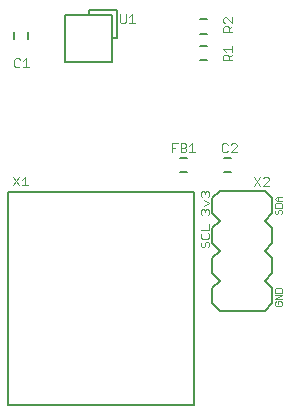
<source format=gbr>
G04 EAGLE Gerber RS-274X export*
G75*
%MOMM*%
%FSLAX34Y34*%
%LPD*%
%INSilkscreen Top*%
%IPPOS*%
%AMOC8*
5,1,8,0,0,1.08239X$1,22.5*%
G01*
%ADD10C,0.076200*%
%ADD11C,0.050800*%
%ADD12C,0.152400*%
%ADD13C,0.127000*%


D10*
X185975Y130381D02*
X184747Y131610D01*
X184747Y134067D01*
X185975Y135296D01*
X187204Y135296D01*
X188433Y134067D01*
X188433Y132838D01*
X188433Y134067D02*
X189662Y135296D01*
X190890Y135296D01*
X192119Y134067D01*
X192119Y131610D01*
X190890Y130381D01*
X187204Y137865D02*
X192119Y140323D01*
X187204Y142780D01*
X185975Y145349D02*
X184747Y146578D01*
X184747Y149035D01*
X185975Y150264D01*
X187204Y150264D01*
X188433Y149035D01*
X188433Y147807D01*
X188433Y149035D02*
X189662Y150264D01*
X190890Y150264D01*
X192119Y149035D01*
X192119Y146578D01*
X190890Y145349D01*
X185975Y107796D02*
X184747Y106567D01*
X184747Y104110D01*
X185975Y102881D01*
X187204Y102881D01*
X188433Y104110D01*
X188433Y106567D01*
X189662Y107796D01*
X190890Y107796D01*
X192119Y106567D01*
X192119Y104110D01*
X190890Y102881D01*
X184747Y114051D02*
X185975Y115280D01*
X184747Y114051D02*
X184747Y111594D01*
X185975Y110365D01*
X190890Y110365D01*
X192119Y111594D01*
X192119Y114051D01*
X190890Y115280D01*
X192119Y117849D02*
X184747Y117849D01*
X192119Y117849D02*
X192119Y122764D01*
D11*
X247749Y133711D02*
X248681Y134643D01*
X247749Y133711D02*
X247749Y131847D01*
X248681Y130915D01*
X249614Y130915D01*
X250546Y131847D01*
X250546Y133711D01*
X251478Y134643D01*
X252410Y134643D01*
X253342Y133711D01*
X253342Y131847D01*
X252410Y130915D01*
X253342Y136528D02*
X247749Y136528D01*
X253342Y136528D02*
X253342Y139324D01*
X252410Y140256D01*
X248681Y140256D01*
X247749Y139324D01*
X247749Y136528D01*
X249614Y142141D02*
X253342Y142141D01*
X249614Y142141D02*
X247749Y144005D01*
X249614Y145869D01*
X253342Y145869D01*
X250546Y145869D02*
X250546Y142141D01*
X248681Y57143D02*
X247749Y56211D01*
X247749Y54347D01*
X248681Y53415D01*
X252410Y53415D01*
X253342Y54347D01*
X253342Y56211D01*
X252410Y57143D01*
X250546Y57143D01*
X250546Y55279D01*
X253342Y59028D02*
X247749Y59028D01*
X253342Y62756D01*
X247749Y62756D01*
X247749Y64641D02*
X253342Y64641D01*
X253342Y67437D01*
X252410Y68369D01*
X248681Y68369D01*
X247749Y67437D01*
X247749Y64641D01*
D12*
X38500Y279500D02*
X38500Y285500D01*
X26500Y285500D02*
X26500Y279500D01*
D10*
X30719Y262870D02*
X31948Y261642D01*
X30719Y262870D02*
X28261Y262870D01*
X27033Y261642D01*
X27033Y256727D01*
X28261Y255498D01*
X30719Y255498D01*
X31948Y256727D01*
X34517Y260413D02*
X36974Y262870D01*
X36974Y255498D01*
X34517Y255498D02*
X39432Y255498D01*
D12*
X204500Y178500D02*
X210500Y178500D01*
X210500Y166500D02*
X204500Y166500D01*
D10*
X207676Y189780D02*
X206447Y191008D01*
X203990Y191008D01*
X202761Y189780D01*
X202761Y184865D01*
X203990Y183636D01*
X206447Y183636D01*
X207676Y184865D01*
X210245Y183636D02*
X215160Y183636D01*
X210245Y183636D02*
X215160Y188551D01*
X215160Y189780D01*
X213931Y191008D01*
X211474Y191008D01*
X210245Y189780D01*
D12*
X173000Y178500D02*
X167000Y178500D01*
X167000Y166500D02*
X173000Y166500D01*
D10*
X160261Y183636D02*
X160261Y191008D01*
X165176Y191008D01*
X162718Y187322D02*
X160261Y187322D01*
X167745Y183636D02*
X167745Y191008D01*
X171431Y191008D01*
X172660Y189780D01*
X172660Y188551D01*
X171431Y187322D01*
X172660Y186093D01*
X172660Y184865D01*
X171431Y183636D01*
X167745Y183636D01*
X167745Y187322D02*
X171431Y187322D01*
X175229Y188551D02*
X177687Y191008D01*
X177687Y183636D01*
X180144Y183636D02*
X175229Y183636D01*
D12*
X184000Y273500D02*
X190000Y273500D01*
X190000Y261500D02*
X184000Y261500D01*
D10*
X203492Y261261D02*
X210864Y261261D01*
X203492Y261261D02*
X203492Y264947D01*
X204720Y266176D01*
X207178Y266176D01*
X208407Y264947D01*
X208407Y261261D01*
X208407Y263718D02*
X210864Y266176D01*
X205949Y268745D02*
X203492Y271203D01*
X210864Y271203D01*
X210864Y273660D02*
X210864Y268745D01*
D12*
X190000Y296000D02*
X184000Y296000D01*
X184000Y284000D02*
X190000Y284000D01*
D10*
X203992Y285261D02*
X211364Y285261D01*
X203992Y285261D02*
X203992Y288947D01*
X205220Y290176D01*
X207678Y290176D01*
X208907Y288947D01*
X208907Y285261D01*
X208907Y287718D02*
X211364Y290176D01*
X211364Y292745D02*
X211364Y297660D01*
X211364Y292745D02*
X206449Y297660D01*
X205220Y297660D01*
X203992Y296431D01*
X203992Y293974D01*
X205220Y292745D01*
D13*
X178700Y150000D02*
X178700Y-30800D01*
X178700Y150000D02*
X21300Y150000D01*
X21300Y-30800D01*
X178700Y-30800D01*
D10*
X30796Y155381D02*
X25881Y162753D01*
X30796Y162753D02*
X25881Y155381D01*
X33365Y160296D02*
X35823Y162753D01*
X35823Y155381D01*
X38280Y155381D02*
X33365Y155381D01*
D12*
X194600Y144450D02*
X200950Y150800D01*
X194600Y131750D02*
X200950Y125400D01*
X194600Y119050D01*
X194600Y106350D02*
X200950Y100000D01*
X194600Y93650D01*
X194600Y80950D02*
X200950Y74600D01*
X194600Y68250D01*
X194600Y55550D02*
X200950Y49200D01*
X200950Y150800D02*
X239050Y150800D01*
X245400Y144450D01*
X245400Y131750D01*
X239050Y125400D01*
X245400Y119050D01*
X245400Y106350D01*
X239050Y100000D01*
X245400Y93650D01*
X245400Y80950D01*
X239050Y74600D01*
X245400Y68250D01*
X245400Y55550D01*
X239050Y49200D01*
X200950Y49200D01*
X194600Y55550D02*
X194600Y68250D01*
X194600Y80950D02*
X194600Y93650D01*
X194600Y106350D02*
X194600Y119050D01*
X194600Y131750D02*
X194600Y144450D01*
D10*
X230081Y162503D02*
X234996Y155131D01*
X230081Y155131D02*
X234996Y162503D01*
X237565Y155131D02*
X242480Y155131D01*
X237565Y155131D02*
X242480Y160046D01*
X242480Y161275D01*
X241251Y162503D01*
X238794Y162503D01*
X237565Y161275D01*
D13*
X70000Y260000D02*
X70000Y300000D01*
X70000Y260000D02*
X110000Y260000D01*
X110000Y280000D01*
X110000Y300000D01*
X90000Y300000D01*
X70000Y300000D01*
X110000Y280000D02*
X113500Y280000D01*
X113500Y303500D01*
X90000Y303500D01*
X90000Y300000D01*
D10*
X116381Y300253D02*
X116381Y294110D01*
X117610Y292881D01*
X120067Y292881D01*
X121296Y294110D01*
X121296Y300253D01*
X123865Y297796D02*
X126323Y300253D01*
X126323Y292881D01*
X128780Y292881D02*
X123865Y292881D01*
M02*

</source>
